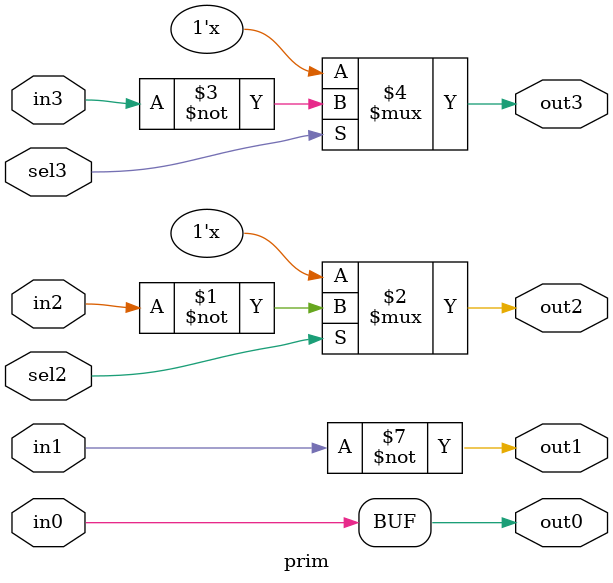
<source format=v>
module prim(in0, out0, in1, out1, in2, out3, in3, out2, sel2, sel3);

input wire in0;
output wire out0;
input wire in1;
output wire out1;
input wire in2;
output wire out3;
input wire in3;
output wire out2;
input wire sel2;
input wire sel3;
wire out4;
wire in4;
wire sel4;
wire out5;
wire in5;
wire sel5;
buf(out0, in0);
not(out1, in1);
notif0(out2, in2, sel2);
notif1(out3, in3, sel3);
bufif0(out4, in4, sel4);
bufif1(out5, in5, sel5);
endmodule

</source>
